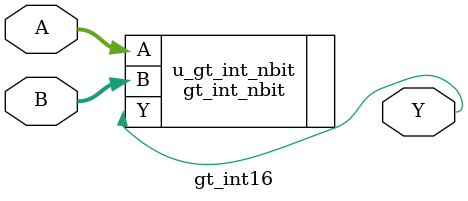
<source format=v>

module gt_int16 #(
    parameter WIDTH = 16,
    parameter IMPL_TYPE = 1
)(
    input [WIDTH-1:0] A,
    input [WIDTH-1:0] B,
    output Y
);

    gt_int_nbit #(
        .WIDTH(WIDTH),
        .IMPL_TYPE(IMPL_TYPE)
    ) u_gt_int_nbit (
        .A(A),
        .B(B),
        .Y(Y)
    );

endmodule

</source>
